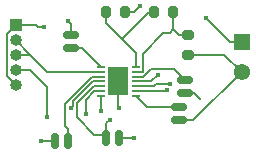
<source format=gbr>
%TF.GenerationSoftware,KiCad,Pcbnew,7.0.10*%
%TF.CreationDate,2024-05-03T14:58:40-07:00*%
%TF.ProjectId,ECE_196_proj_shem,4543455f-3139-4365-9f70-726f6a5f7368,rev?*%
%TF.SameCoordinates,Original*%
%TF.FileFunction,Copper,L1,Top*%
%TF.FilePolarity,Positive*%
%FSLAX46Y46*%
G04 Gerber Fmt 4.6, Leading zero omitted, Abs format (unit mm)*
G04 Created by KiCad (PCBNEW 7.0.10) date 2024-05-03 14:58:40*
%MOMM*%
%LPD*%
G01*
G04 APERTURE LIST*
G04 Aperture macros list*
%AMRoundRect*
0 Rectangle with rounded corners*
0 $1 Rounding radius*
0 $2 $3 $4 $5 $6 $7 $8 $9 X,Y pos of 4 corners*
0 Add a 4 corners polygon primitive as box body*
4,1,4,$2,$3,$4,$5,$6,$7,$8,$9,$2,$3,0*
0 Add four circle primitives for the rounded corners*
1,1,$1+$1,$2,$3*
1,1,$1+$1,$4,$5*
1,1,$1+$1,$6,$7*
1,1,$1+$1,$8,$9*
0 Add four rect primitives between the rounded corners*
20,1,$1+$1,$2,$3,$4,$5,0*
20,1,$1+$1,$4,$5,$6,$7,0*
20,1,$1+$1,$6,$7,$8,$9,0*
20,1,$1+$1,$8,$9,$2,$3,0*%
G04 Aperture macros list end*
%TA.AperFunction,SMDPad,CuDef*%
%ADD10RoundRect,0.200000X-0.200000X-0.275000X0.200000X-0.275000X0.200000X0.275000X-0.200000X0.275000X0*%
%TD*%
%TA.AperFunction,SMDPad,CuDef*%
%ADD11R,0.700000X0.250000*%
%TD*%
%TA.AperFunction,SMDPad,CuDef*%
%ADD12R,1.780000X2.350000*%
%TD*%
%TA.AperFunction,SMDPad,CuDef*%
%ADD13RoundRect,0.200000X-0.275000X0.200000X-0.275000X-0.200000X0.275000X-0.200000X0.275000X0.200000X0*%
%TD*%
%TA.AperFunction,SMDPad,CuDef*%
%ADD14RoundRect,0.165000X0.165000X0.475000X-0.165000X0.475000X-0.165000X-0.475000X0.165000X-0.475000X0*%
%TD*%
%TA.AperFunction,SMDPad,CuDef*%
%ADD15RoundRect,0.165000X-0.475000X0.165000X-0.475000X-0.165000X0.475000X-0.165000X0.475000X0.165000X0*%
%TD*%
%TA.AperFunction,SMDPad,CuDef*%
%ADD16RoundRect,0.165000X-0.165000X-0.475000X0.165000X-0.475000X0.165000X0.475000X-0.165000X0.475000X0*%
%TD*%
%TA.AperFunction,ComponentPad*%
%ADD17R,1.378000X1.378000*%
%TD*%
%TA.AperFunction,ComponentPad*%
%ADD18C,1.378000*%
%TD*%
%TA.AperFunction,ComponentPad*%
%ADD19R,1.000000X1.000000*%
%TD*%
%TA.AperFunction,ComponentPad*%
%ADD20O,1.000000X1.000000*%
%TD*%
%TA.AperFunction,SMDPad,CuDef*%
%ADD21RoundRect,0.165000X0.475000X-0.165000X0.475000X0.165000X-0.475000X0.165000X-0.475000X-0.165000X0*%
%TD*%
%TA.AperFunction,ViaPad*%
%ADD22C,0.400000*%
%TD*%
%TA.AperFunction,ViaPad*%
%ADD23C,0.250000*%
%TD*%
%TA.AperFunction,Conductor*%
%ADD24C,0.177800*%
%TD*%
%TA.AperFunction,Conductor*%
%ADD25C,0.127000*%
%TD*%
G04 APERTURE END LIST*
D10*
%TO.P,R4,1*%
%TO.N,Net-(U1-TH)*%
X151829000Y-85090000D03*
%TO.P,R4,2*%
%TO.N,GND*%
X153479000Y-85090000D03*
%TD*%
D11*
%TO.P,U1,1,CT*%
%TO.N,Net-(U1-CT)*%
X151395000Y-89777500D03*
%TO.P,U1,2,~{SHDN}*%
%TO.N,/GAIN*%
X151395000Y-90177500D03*
%TO.P,U1,3,CG*%
%TO.N,Net-(U1-CG)*%
X151395000Y-90577500D03*
%TO.P,U1,4,GND*%
%TO.N,GND*%
X151395000Y-90977500D03*
%TO.P,U1,5,VDD*%
%TO.N,/GAIN*%
X151395000Y-91377500D03*
%TO.P,U1,6,MICOUT*%
%TO.N,/OUTPUT*%
X151395000Y-91777500D03*
%TO.P,U1,7,GND*%
%TO.N,GND*%
X151395000Y-92177500D03*
%TO.P,U1,8,MICIN*%
%TO.N,Net-(U1-MICIN)*%
X154345000Y-92177500D03*
%TO.P,U1,9,A/R*%
%TO.N,GND*%
X154345000Y-91777500D03*
%TO.P,U1,10,GAIN*%
%TO.N,/GAIN*%
X154345000Y-91377500D03*
%TO.P,U1,11,GND*%
%TO.N,GND*%
X154345000Y-90977500D03*
%TO.P,U1,12,BIAS*%
%TO.N,Net-(U1-BIAS)*%
X154345000Y-90577500D03*
%TO.P,U1,13,MICBIAS*%
%TO.N,Net-(U1-MICBIAS)*%
X154345000Y-90177500D03*
%TO.P,U1,14,TH*%
%TO.N,Net-(U1-TH)*%
X154345000Y-89777500D03*
D12*
%TO.P,U1,15,GND*%
%TO.N,GND*%
X152870000Y-90977500D03*
%TD*%
D13*
%TO.P,R1,1*%
%TO.N,Net-(U1-MICBIAS)*%
X158750000Y-87059000D03*
%TO.P,R1,2*%
%TO.N,Net-(C5-Pad2)*%
X158750000Y-88709000D03*
%TD*%
D14*
%TO.P,C2,1*%
%TO.N,Net-(U1-CG)*%
X148622000Y-96012000D03*
%TO.P,C2,2*%
%TO.N,GND*%
X147542000Y-96012000D03*
%TD*%
D15*
%TO.P,C5,1*%
%TO.N,Net-(U1-MICIN)*%
X157988000Y-93186000D03*
%TO.P,C5,2*%
%TO.N,Net-(C5-Pad2)*%
X157988000Y-94266000D03*
%TD*%
D10*
%TO.P,R2,1*%
%TO.N,Net-(U1-TH)*%
X155893000Y-85090000D03*
%TO.P,R2,2*%
%TO.N,Net-(U1-MICBIAS)*%
X157543000Y-85090000D03*
%TD*%
D16*
%TO.P,C4,1*%
%TO.N,/GAIN*%
X151860000Y-95758000D03*
%TO.P,C4,2*%
%TO.N,GND*%
X152940000Y-95758000D03*
%TD*%
D17*
%TO.P,MK1,1*%
%TO.N,GND*%
X163322000Y-87630000D03*
D18*
%TO.P,MK1,2*%
%TO.N,Net-(C5-Pad2)*%
X163322000Y-90170000D03*
%TD*%
D19*
%TO.P,J1,1,Pin_1*%
%TO.N,GND*%
X144210000Y-86230000D03*
D20*
%TO.P,J1,2,Pin_2*%
%TO.N,/GAIN*%
X144210000Y-87500000D03*
%TO.P,J1,3,Pin_3*%
X144210000Y-88770000D03*
%TO.P,J1,4,Pin_4*%
%TO.N,/OUTPUT*%
X144210000Y-90040000D03*
%TO.P,J1,5,Pin_5*%
%TO.N,GND*%
X144210000Y-91310000D03*
%TD*%
D15*
%TO.P,C3,1*%
%TO.N,Net-(U1-BIAS)*%
X158496000Y-90900000D03*
%TO.P,C3,2*%
%TO.N,GND*%
X158496000Y-91980000D03*
%TD*%
D21*
%TO.P,C1,1*%
%TO.N,Net-(U1-CT)*%
X148844000Y-88170000D03*
%TO.P,C1,2*%
%TO.N,GND*%
X148844000Y-87090000D03*
%TD*%
D22*
%TO.N,GND*%
X151384000Y-93472000D03*
X154686000Y-84582000D03*
X146304000Y-96012000D03*
X146558000Y-86360000D03*
X160274000Y-85598000D03*
X156972000Y-91694000D03*
X156210000Y-90424000D03*
X148844000Y-93218000D03*
X152908000Y-93218000D03*
X148590000Y-85852000D03*
D23*
X159766000Y-92456000D03*
D22*
X154178000Y-95758000D03*
%TO.N,/GAIN*%
X157226000Y-91186000D03*
X152146000Y-94234000D03*
%TO.N,/OUTPUT*%
X146812000Y-93980000D03*
X150114000Y-93726000D03*
%TD*%
D24*
%TO.N,Net-(U1-CT)*%
X148844000Y-88170000D02*
X149801400Y-88170000D01*
X149801400Y-88170000D02*
X151395000Y-89763600D01*
%TO.N,GND*%
X159290000Y-91980000D02*
X159766000Y-92456000D01*
D25*
X149025000Y-92683052D02*
X149025000Y-93037000D01*
D24*
X153479000Y-85090000D02*
X154178000Y-85090000D01*
D25*
X144210000Y-86230000D02*
X145920000Y-86230000D01*
D24*
X148844000Y-87090000D02*
X148844000Y-86106000D01*
X158496000Y-91980000D02*
X159290000Y-91980000D01*
D25*
X149025000Y-93037000D02*
X148844000Y-93218000D01*
X151395000Y-90977500D02*
X150730552Y-90977500D01*
D24*
X154178000Y-85090000D02*
X154686000Y-84582000D01*
D25*
X154345000Y-91777500D02*
X156888500Y-91777500D01*
D24*
X163100000Y-88138000D02*
X162814000Y-88138000D01*
D25*
X151395000Y-93461000D02*
X151384000Y-93472000D01*
X143446500Y-86993500D02*
X144210000Y-86230000D01*
X150730552Y-90977500D02*
X149025000Y-92683052D01*
D24*
X163322000Y-87630000D02*
X162306000Y-87630000D01*
X148844000Y-86106000D02*
X148590000Y-85852000D01*
X147542000Y-96012000D02*
X146304000Y-96012000D01*
D25*
X152870000Y-90977500D02*
X152870000Y-93180000D01*
X155656500Y-90977500D02*
X154345000Y-90977500D01*
X143446500Y-90546500D02*
X143446500Y-86993500D01*
D24*
X162306000Y-87630000D02*
X160274000Y-85598000D01*
D25*
X151395000Y-92177500D02*
X151395000Y-93461000D01*
X145920000Y-86230000D02*
X146050000Y-86360000D01*
X146558000Y-86360000D02*
X146050000Y-86360000D01*
X144210000Y-91310000D02*
X143446500Y-90546500D01*
D24*
X152940000Y-95758000D02*
X154178000Y-95758000D01*
D25*
X156888500Y-91777500D02*
X156972000Y-91694000D01*
X152870000Y-93180000D02*
X152908000Y-93218000D01*
X156210000Y-90424000D02*
X155656500Y-90977500D01*
%TO.N,Net-(U1-CG)*%
X148622000Y-95028000D02*
X148380500Y-94786500D01*
X148380500Y-92865104D02*
X150668104Y-90577500D01*
X148380500Y-94786500D02*
X148380500Y-92865104D01*
X150668104Y-90577500D02*
X151395000Y-90577500D01*
X148622000Y-96012000D02*
X148622000Y-95028000D01*
%TO.N,Net-(U1-BIAS)*%
X155009448Y-90577500D02*
X154345000Y-90577500D01*
D24*
X157556500Y-89960500D02*
X157435500Y-89960500D01*
D25*
X157435500Y-89960500D02*
X155626448Y-89960500D01*
D24*
X158496000Y-90900000D02*
X157556500Y-89960500D01*
D25*
X155626448Y-89960500D02*
X155009448Y-90577500D01*
D24*
%TO.N,Net-(U1-MICIN)*%
X157988000Y-93186000D02*
X155339600Y-93186000D01*
X155339600Y-93186000D02*
X154345000Y-92191400D01*
%TO.N,Net-(C5-Pad2)*%
X159226000Y-94266000D02*
X163322000Y-90170000D01*
X158750000Y-88709000D02*
X161861000Y-88709000D01*
X157988000Y-94266000D02*
X159226000Y-94266000D01*
X161861000Y-88709000D02*
X163322000Y-90170000D01*
D25*
%TO.N,/GAIN*%
X144210000Y-88770000D02*
X145418000Y-88770000D01*
X146887500Y-90177500D02*
X151395000Y-90177500D01*
X150793000Y-91377500D02*
X149352000Y-92818500D01*
X151483999Y-95504000D02*
X151606000Y-95626001D01*
D24*
X151860000Y-94520000D02*
X151860000Y-95758000D01*
D25*
X151395000Y-91377500D02*
X150793000Y-91377500D01*
X156103488Y-91186000D02*
X157226000Y-91186000D01*
X149352000Y-94012000D02*
X150844000Y-95504000D01*
X154345000Y-91377500D02*
X155911988Y-91377500D01*
X149352000Y-92818500D02*
X149352000Y-94012000D01*
X150844000Y-95504000D02*
X151483999Y-95504000D01*
D24*
X152146000Y-94234000D02*
X151860000Y-94520000D01*
D25*
X145418000Y-88770000D02*
X145449000Y-88739000D01*
X144210000Y-87500000D02*
X145449000Y-88739000D01*
X145449000Y-88739000D02*
X146887500Y-90177500D01*
X155911988Y-91377500D02*
X156103488Y-91186000D01*
%TO.N,/OUTPUT*%
X146812000Y-91440000D02*
X146812000Y-93980000D01*
X150114000Y-92518948D02*
X150855448Y-91777500D01*
X150114000Y-93726000D02*
X150114000Y-92518948D01*
X145412000Y-90040000D02*
X146812000Y-91440000D01*
X150855448Y-91777500D02*
X151395000Y-91777500D01*
X144210000Y-90040000D02*
X145412000Y-90040000D01*
D24*
%TO.N,Net-(U1-MICBIAS)*%
X158039000Y-87059000D02*
X157543000Y-86563000D01*
D25*
X154947000Y-90177500D02*
X154958500Y-90166000D01*
X154345000Y-90177500D02*
X154947000Y-90177500D01*
D24*
X157543000Y-86563000D02*
X157226000Y-86880000D01*
D25*
X154958500Y-88627500D02*
X156706000Y-86880000D01*
X154958500Y-90166000D02*
X154958500Y-88627500D01*
D24*
X157543000Y-85090000D02*
X157543000Y-86563000D01*
X158750000Y-87059000D02*
X158039000Y-87059000D01*
D25*
X156706000Y-86880000D02*
X157226000Y-86880000D01*
%TO.N,Net-(U1-TH)*%
X155448000Y-85090000D02*
X155893000Y-85090000D01*
X153170250Y-87367750D02*
X155448000Y-85090000D01*
X154345000Y-88542500D02*
X153170250Y-87367750D01*
X151829000Y-86026500D02*
X151829000Y-85090000D01*
X153170250Y-87367750D02*
X151829000Y-86026500D01*
X154345000Y-89777500D02*
X154345000Y-88542500D01*
%TD*%
M02*

</source>
